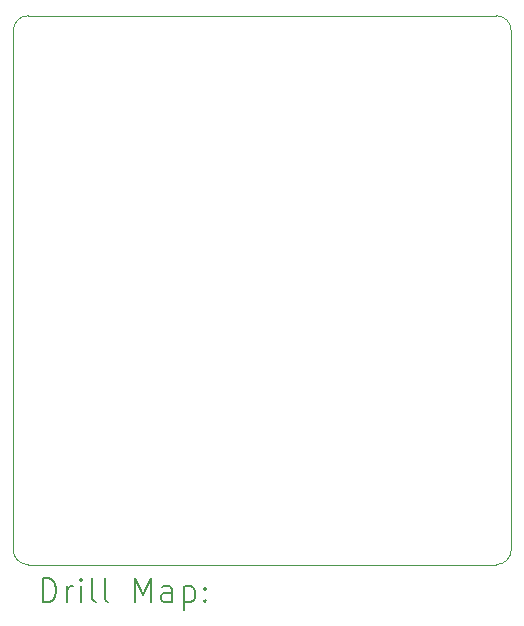
<source format=gbr>
%FSLAX45Y45*%
G04 Gerber Fmt 4.5, Leading zero omitted, Abs format (unit mm)*
G04 Created by KiCad (PCBNEW (6.0.1-0)) date 2022-02-07 11:31:36*
%MOMM*%
%LPD*%
G01*
G04 APERTURE LIST*
%TA.AperFunction,Profile*%
%ADD10C,0.120000*%
%TD*%
%ADD11C,0.200000*%
G04 APERTURE END LIST*
D10*
X15951200Y-9093200D02*
X11988800Y-9093200D01*
X11861800Y-8966200D02*
X11861800Y-4572000D01*
X15951200Y-9093200D02*
G75*
G03*
X16078200Y-8966200I0J127000D01*
G01*
X11988800Y-4445000D02*
G75*
G03*
X11861800Y-4572000I0J-127000D01*
G01*
X11988800Y-4445000D02*
X15951200Y-4445000D01*
X16078200Y-4572000D02*
G75*
G03*
X15951200Y-4445000I-127000J0D01*
G01*
X11861800Y-8966200D02*
G75*
G03*
X11988800Y-9093200I127000J0D01*
G01*
X16078200Y-4572000D02*
X16078200Y-8966200D01*
D11*
X12113419Y-9409676D02*
X12113419Y-9209676D01*
X12161038Y-9209676D01*
X12189609Y-9219200D01*
X12208657Y-9238248D01*
X12218181Y-9257295D01*
X12227705Y-9295390D01*
X12227705Y-9323962D01*
X12218181Y-9362057D01*
X12208657Y-9381105D01*
X12189609Y-9400152D01*
X12161038Y-9409676D01*
X12113419Y-9409676D01*
X12313419Y-9409676D02*
X12313419Y-9276343D01*
X12313419Y-9314438D02*
X12322943Y-9295390D01*
X12332467Y-9285867D01*
X12351514Y-9276343D01*
X12370562Y-9276343D01*
X12437228Y-9409676D02*
X12437228Y-9276343D01*
X12437228Y-9209676D02*
X12427705Y-9219200D01*
X12437228Y-9228724D01*
X12446752Y-9219200D01*
X12437228Y-9209676D01*
X12437228Y-9228724D01*
X12561038Y-9409676D02*
X12541990Y-9400152D01*
X12532467Y-9381105D01*
X12532467Y-9209676D01*
X12665800Y-9409676D02*
X12646752Y-9400152D01*
X12637228Y-9381105D01*
X12637228Y-9209676D01*
X12894371Y-9409676D02*
X12894371Y-9209676D01*
X12961038Y-9352533D01*
X13027705Y-9209676D01*
X13027705Y-9409676D01*
X13208657Y-9409676D02*
X13208657Y-9304914D01*
X13199133Y-9285867D01*
X13180086Y-9276343D01*
X13141990Y-9276343D01*
X13122943Y-9285867D01*
X13208657Y-9400152D02*
X13189609Y-9409676D01*
X13141990Y-9409676D01*
X13122943Y-9400152D01*
X13113419Y-9381105D01*
X13113419Y-9362057D01*
X13122943Y-9343010D01*
X13141990Y-9333486D01*
X13189609Y-9333486D01*
X13208657Y-9323962D01*
X13303895Y-9276343D02*
X13303895Y-9476343D01*
X13303895Y-9285867D02*
X13322943Y-9276343D01*
X13361038Y-9276343D01*
X13380086Y-9285867D01*
X13389609Y-9295390D01*
X13399133Y-9314438D01*
X13399133Y-9371581D01*
X13389609Y-9390629D01*
X13380086Y-9400152D01*
X13361038Y-9409676D01*
X13322943Y-9409676D01*
X13303895Y-9400152D01*
X13484848Y-9390629D02*
X13494371Y-9400152D01*
X13484848Y-9409676D01*
X13475324Y-9400152D01*
X13484848Y-9390629D01*
X13484848Y-9409676D01*
X13484848Y-9285867D02*
X13494371Y-9295390D01*
X13484848Y-9304914D01*
X13475324Y-9295390D01*
X13484848Y-9285867D01*
X13484848Y-9304914D01*
M02*

</source>
